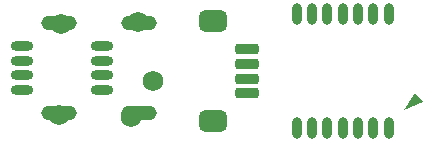
<source format=gbs>
%FSLAX44Y44*%
%MOMM*%
G71*
G01*
G75*
G04 Layer_Color=16711935*
%ADD10R,0.4572X0.3048*%
%ADD11R,0.3048X0.4572*%
G04:AMPARAMS|DCode=12|XSize=0.508mm|YSize=0.6096mm|CornerRadius=0.127mm|HoleSize=0mm|Usage=FLASHONLY|Rotation=180.000|XOffset=0mm|YOffset=0mm|HoleType=Round|Shape=RoundedRectangle|*
%AMROUNDEDRECTD12*
21,1,0.5080,0.3556,0,0,180.0*
21,1,0.2540,0.6096,0,0,180.0*
1,1,0.2540,-0.1270,0.1778*
1,1,0.2540,0.1270,0.1778*
1,1,0.2540,0.1270,-0.1778*
1,1,0.2540,-0.1270,-0.1778*
%
%ADD12ROUNDEDRECTD12*%
%ADD13R,1.2192X0.8128*%
%ADD14P,1.7321X8X22.5*%
%ADD15C,1.0000*%
G04:AMPARAMS|DCode=16|XSize=0.508mm|YSize=0.6096mm|CornerRadius=0.127mm|HoleSize=0mm|Usage=FLASHONLY|Rotation=270.000|XOffset=0mm|YOffset=0mm|HoleType=Round|Shape=RoundedRectangle|*
%AMROUNDEDRECTD16*
21,1,0.5080,0.3556,0,0,270.0*
21,1,0.2540,0.6096,0,0,270.0*
1,1,0.2540,-0.1778,-0.1270*
1,1,0.2540,-0.1778,0.1270*
1,1,0.2540,0.1778,0.1270*
1,1,0.2540,0.1778,-0.1270*
%
%ADD16ROUNDEDRECTD16*%
G04:AMPARAMS|DCode=17|XSize=0.7112mm|YSize=1.3208mm|CornerRadius=0.1778mm|HoleSize=0mm|Usage=FLASHONLY|Rotation=0.000|XOffset=0mm|YOffset=0mm|HoleType=Round|Shape=RoundedRectangle|*
%AMROUNDEDRECTD17*
21,1,0.7112,0.9652,0,0,0.0*
21,1,0.3556,1.3208,0,0,0.0*
1,1,0.3556,0.1778,-0.4826*
1,1,0.3556,-0.1778,-0.4826*
1,1,0.3556,-0.1778,0.4826*
1,1,0.3556,0.1778,0.4826*
%
%ADD17ROUNDEDRECTD17*%
%ADD18R,0.4000X0.4000*%
%ADD19R,0.6000X0.5500*%
%ADD20R,0.5000X0.6000*%
%ADD21R,0.6000X0.5000*%
%ADD22R,3.4500X3.4500*%
%ADD23O,0.3000X0.6000*%
%ADD24O,0.6000X0.3000*%
%ADD25R,1.4000X1.2000*%
%ADD26R,0.8500X0.3000*%
%ADD27R,1.3000X2.0000*%
%ADD28R,1.0000X0.6000*%
%ADD29C,0.2540*%
%ADD30C,0.1270*%
%ADD31C,0.3000*%
%ADD32C,1.5240*%
%ADD33C,0.4500*%
%ADD34O,0.6000X1.6500*%
G04:AMPARAMS|DCode=35|XSize=0.7mm|YSize=1.8mm|CornerRadius=0.175mm|HoleSize=0mm|Usage=FLASHONLY|Rotation=270.000|XOffset=0mm|YOffset=0mm|HoleType=Round|Shape=RoundedRectangle|*
%AMROUNDEDRECTD35*
21,1,0.7000,1.4500,0,0,270.0*
21,1,0.3500,1.8000,0,0,270.0*
1,1,0.3500,-0.7250,-0.1750*
1,1,0.3500,-0.7250,0.1750*
1,1,0.3500,0.7250,0.1750*
1,1,0.3500,0.7250,-0.1750*
%
%ADD35ROUNDEDRECTD35*%
G04:AMPARAMS|DCode=36|XSize=1.6mm|YSize=2.2mm|CornerRadius=0.4mm|HoleSize=0mm|Usage=FLASHONLY|Rotation=270.000|XOffset=0mm|YOffset=0mm|HoleType=Round|Shape=RoundedRectangle|*
%AMROUNDEDRECTD36*
21,1,1.6000,1.4000,0,0,270.0*
21,1,0.8000,2.2000,0,0,270.0*
1,1,0.8000,-0.7000,-0.4000*
1,1,0.8000,-0.7000,0.4000*
1,1,0.8000,0.7000,0.4000*
1,1,0.8000,0.7000,-0.4000*
%
%ADD36ROUNDEDRECTD36*%
G04:AMPARAMS|DCode=37|XSize=0.6096mm|YSize=1.7018mm|CornerRadius=0.3048mm|HoleSize=0mm|Usage=FLASHONLY|Rotation=270.000|XOffset=0mm|YOffset=0mm|HoleType=Round|Shape=RoundedRectangle|*
%AMROUNDEDRECTD37*
21,1,0.6096,1.0922,0,0,270.0*
21,1,0.0000,1.7018,0,0,270.0*
1,1,0.6096,-0.5461,0.0000*
1,1,0.6096,-0.5461,0.0000*
1,1,0.6096,0.5461,0.0000*
1,1,0.6096,0.5461,0.0000*
%
%ADD37ROUNDEDRECTD37*%
G04:AMPARAMS|DCode=38|XSize=2.8194mm|YSize=1.016mm|CornerRadius=0.508mm|HoleSize=0mm|Usage=FLASHONLY|Rotation=180.000|XOffset=0mm|YOffset=0mm|HoleType=Round|Shape=RoundedRectangle|*
%AMROUNDEDRECTD38*
21,1,2.8194,0.0000,0,0,180.0*
21,1,1.8034,1.0160,0,0,180.0*
1,1,1.0160,-0.9017,0.0000*
1,1,1.0160,0.9017,0.0000*
1,1,1.0160,0.9017,0.0000*
1,1,1.0160,-0.9017,0.0000*
%
%ADD38ROUNDEDRECTD38*%
%ADD39C,0.1016*%
%ADD40C,0.2500*%
%ADD41C,0.1000*%
%ADD42C,0.3000*%
%ADD43C,0.3000*%
%ADD44C,0.1500*%
%ADD45C,0.1524*%
%ADD46C,0.7620*%
%ADD47C,0.2000*%
%ADD48C,0.0518*%
%ADD49R,0.1524X0.5049*%
%ADD50R,0.5049X0.1524*%
%ADD51R,0.4500X0.4500*%
%ADD52R,0.4500X0.4500*%
%ADD53R,0.4500X0.4500*%
%ADD54R,0.4500X0.4500*%
%ADD55R,0.5080X0.3556*%
%ADD56R,0.3556X0.5080*%
G04:AMPARAMS|DCode=57|XSize=0.5588mm|YSize=0.6604mm|CornerRadius=0.1524mm|HoleSize=0mm|Usage=FLASHONLY|Rotation=180.000|XOffset=0mm|YOffset=0mm|HoleType=Round|Shape=RoundedRectangle|*
%AMROUNDEDRECTD57*
21,1,0.5588,0.3556,0,0,180.0*
21,1,0.2540,0.6604,0,0,180.0*
1,1,0.3048,-0.1270,0.1778*
1,1,0.3048,0.1270,0.1778*
1,1,0.3048,0.1270,-0.1778*
1,1,0.3048,-0.1270,-0.1778*
%
%ADD57ROUNDEDRECTD57*%
%ADD58R,1.2700X0.8636*%
%ADD59P,1.9520X8X22.5*%
%ADD60C,1.2032*%
%ADD61R,0.6032X0.6032*%
%ADD62R,0.8032X0.7532*%
%ADD63R,0.7032X0.8032*%
%ADD64R,0.8032X0.7032*%
%ADD65R,3.6532X3.6532*%
%ADD66O,0.5032X0.8032*%
%ADD67O,0.8032X0.5032*%
%ADD68R,1.6032X1.4032*%
%ADD69R,1.0532X0.5032*%
%ADD70R,1.5032X2.2032*%
%ADD71R,1.2032X0.8032*%
%ADD72C,1.7272*%
%ADD73O,0.8032X1.8532*%
G04:AMPARAMS|DCode=74|XSize=0.9032mm|YSize=2.0032mm|CornerRadius=0.2766mm|HoleSize=0mm|Usage=FLASHONLY|Rotation=270.000|XOffset=0mm|YOffset=0mm|HoleType=Round|Shape=RoundedRectangle|*
%AMROUNDEDRECTD74*
21,1,0.9032,1.4500,0,0,270.0*
21,1,0.3500,2.0032,0,0,270.0*
1,1,0.5532,-0.7250,-0.1750*
1,1,0.5532,-0.7250,0.1750*
1,1,0.5532,0.7250,0.1750*
1,1,0.5532,0.7250,-0.1750*
%
%ADD74ROUNDEDRECTD74*%
G04:AMPARAMS|DCode=75|XSize=1.8032mm|YSize=2.4032mm|CornerRadius=0.5016mm|HoleSize=0mm|Usage=FLASHONLY|Rotation=270.000|XOffset=0mm|YOffset=0mm|HoleType=Round|Shape=RoundedRectangle|*
%AMROUNDEDRECTD75*
21,1,1.8032,1.4000,0,0,270.0*
21,1,0.8000,2.4032,0,0,270.0*
1,1,1.0032,-0.7000,-0.4000*
1,1,1.0032,-0.7000,0.4000*
1,1,1.0032,0.7000,0.4000*
1,1,1.0032,0.7000,-0.4000*
%
%ADD75ROUNDEDRECTD75*%
G04:AMPARAMS|DCode=76|XSize=0.8128mm|YSize=1.905mm|CornerRadius=0.4064mm|HoleSize=0mm|Usage=FLASHONLY|Rotation=270.000|XOffset=0mm|YOffset=0mm|HoleType=Round|Shape=RoundedRectangle|*
%AMROUNDEDRECTD76*
21,1,0.8128,1.0922,0,0,270.0*
21,1,0.0000,1.9050,0,0,270.0*
1,1,0.8128,-0.5461,0.0000*
1,1,0.8128,-0.5461,0.0000*
1,1,0.8128,0.5461,0.0000*
1,1,0.8128,0.5461,0.0000*
%
%ADD76ROUNDEDRECTD76*%
G04:AMPARAMS|DCode=77|XSize=3.0226mm|YSize=1.2192mm|CornerRadius=0.6096mm|HoleSize=0mm|Usage=FLASHONLY|Rotation=180.000|XOffset=0mm|YOffset=0mm|HoleType=Round|Shape=RoundedRectangle|*
%AMROUNDEDRECTD77*
21,1,3.0226,0.0000,0,0,180.0*
21,1,1.8034,1.2192,0,0,180.0*
1,1,1.2192,-0.9017,0.0000*
1,1,1.2192,0.9017,0.0000*
1,1,1.2192,0.9017,0.0000*
1,1,1.2192,-0.9017,0.0000*
%
%ADD77ROUNDEDRECTD77*%
G36*
X1020734Y701172D02*
X1004374Y694556D01*
X1013414Y708259D01*
X1020734Y701172D01*
D02*
G37*
D72*
X791718Y718820D02*
D03*
X779272Y768858D02*
D03*
X772922Y688594D02*
D03*
X712470Y689864D02*
D03*
X713740Y767080D02*
D03*
D73*
X913500Y775202D02*
D03*
X926500D02*
D03*
X939500D02*
D03*
X952500D02*
D03*
X965500D02*
D03*
X978500D02*
D03*
X991500D02*
D03*
X913500Y679202D02*
D03*
X926500D02*
D03*
X939500D02*
D03*
X952500D02*
D03*
X965500D02*
D03*
X978500D02*
D03*
X991500D02*
D03*
D74*
X871026Y745698D02*
D03*
Y733198D02*
D03*
Y708198D02*
D03*
Y720698D02*
D03*
D75*
X843026Y684698D02*
D03*
Y769198D02*
D03*
D76*
X748902Y710888D02*
D03*
Y723388D02*
D03*
Y735988D02*
D03*
Y748434D02*
D03*
X680576Y710888D02*
D03*
Y723388D02*
D03*
Y735988D02*
D03*
Y748434D02*
D03*
D77*
X780402Y691388D02*
D03*
Y767992D02*
D03*
X712076Y691388D02*
D03*
Y767992D02*
D03*
M02*

</source>
